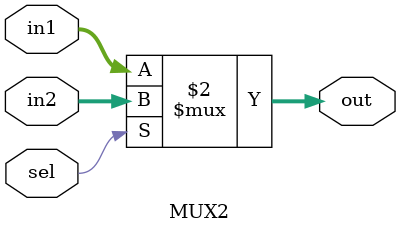
<source format=v>
`timescale 1ns / 1ps


module MUX2
#(parameter DATA_WIDTH = 32)
(
    input [DATA_WIDTH - 1: 0] in1,
    input [DATA_WIDTH - 1: 0] in2,
    input sel,

    output [DATA_WIDTH - 1: 0] out
);
assign out = (sel == 0) ? in1 : in2;
endmodule

</source>
